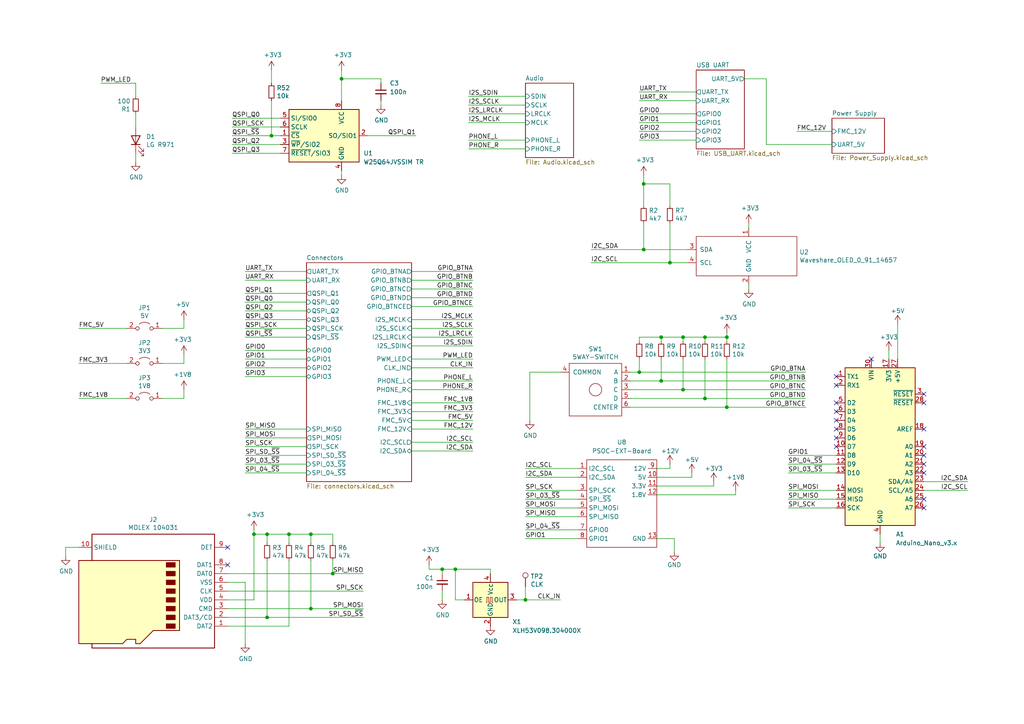
<source format=kicad_sch>
(kicad_sch (version 20250114) (generator "eeschema") (generator_version "9.0")
  (paper "A4")
  (title_block (title "PSoC Peripheral PCB") (date "2022-11-04") (rev "2.0") (company "ITIV") (comment 1 "Johannes Pfau") (comment 4 "Ordered from aisler.net"))
  (lib_symbols
    (symbol "+1V8_1" (power) (pin_names (offset 0))
      (property "Value" "+1V8" (at 0 3.556 0))
      (symbol "+1V8_1_1_1"
        (pin power_in line (at 0 0 90) (length 0) (hide yes) (name "+1V8") (number "1"))
      )
    )
    (symbol "+3V3_1" (power) (pin_names (offset 0))
      (property "Value" "+3V3" (at 0 3.556 0))
      (symbol "+3V3_1_1_1"
        (pin power_in line (at 0 0 90) (length 0) (hide yes) (name "+3V3") (number "1"))
      )
    )
    (symbol "+3V3_2" (power) (pin_names (offset 0))
      (property "Value" "+3V3" (at 0 3.556 0))
      (symbol "+3V3_2_1_1"
        (pin power_in line (at 0 0 90) (length 0) (hide yes) (name "+3V3") (number "1"))
      )
    )
    (symbol "+3V3_3" (power) (pin_names (offset 0))
      (property "Value" "+3V3" (at 0 3.556 0))
      (symbol "+3V3_3_1_1"
        (pin power_in line (at 0 0 90) (length 0) (hide yes) (name "+3V3") (number "1"))
      )
    )
    (symbol "+3V3_4" (power) (pin_names (offset 0))
      (property "Value" "+3V3" (at 0 3.556 0))
      (symbol "+3V3_4_1_1"
        (pin power_in line (at 0 0 90) (length 0) (hide yes) (name "+3V3") (number "1"))
      )
    )
    (symbol "+3V3_5" (power) (pin_names (offset 0))
      (property "Value" "+3V3" (at 0 3.556 0))
      (symbol "+3V3_5_1_1"
        (pin power_in line (at 0 0 90) (length 0) (hide yes) (name "+3V3") (number "1"))
      )
    )
    (symbol "+3V3_6" (power) (pin_names (offset 0))
      (property "Value" "+3V3" (at 0 3.556 0))
      (symbol "+3V3_6_1_1"
        (pin power_in line (at 0 0 90) (length 0) (hide yes) (name "+3V3") (number "1"))
      )
    )
    (symbol "+3V3_7" (power) (pin_names (offset 0))
      (property "Value" "+3V3" (at 0 3.556 0))
      (symbol "+3V3_7_1_1"
        (pin power_in line (at 0 0 90) (length 0) (hide yes) (name "+3V3") (number "1"))
      )
    )
    (symbol "+3V3_8" (power) (pin_names (offset 0))
      (property "Value" "+3V3" (at 0 3.556 0))
      (symbol "+3V3_8_1_1"
        (pin power_in line (at 0 0 90) (length 0) (hide yes) (name "+3V3") (number "1"))
      )
    )
    (symbol "+3V3_9" (power) (pin_names (offset 0))
      (property "Value" "+3V3" (at 0 3.556 0))
      (symbol "+3V3_9_1_1"
        (pin power_in line (at 0 0 90) (length 0) (hide yes) (name "+3V3") (number "1"))
      )
    )
    (symbol "+5V_1" (power) (pin_names (offset 0))
      (property "Value" "+5V" (at 0 3.556 0))
      (symbol "+5V_1_1_1"
        (pin power_in line (at 0 0 90) (length 0) (hide yes) (name "+5V") (number "1"))
      )
    )
    (symbol "+5V_2" (power) (pin_names (offset 0))
      (property "Value" "+5V" (at 0 3.556 0))
      (symbol "+5V_2_1_1"
        (pin power_in line (at 0 0 90) (length 0) (hide yes) (name "+5V") (number "1"))
      )
    )
    (symbol "Connector:Micro_SD_Card_Det1"
      (property "Reference" "J" (at -16.51 17.78 0))
      (property "Value" "Micro_SD_Card_Det1" (at 16.51 17.78 0))
      (symbol "Micro_SD_Card_Det1_1_1"
        (pin bidirectional line (at -22.86 10.16 0) (length 3.81) (name "DAT2") (number "1"))
        (pin bidirectional line (at -22.86 7.62 0) (length 3.81) (name "DAT3/CD") (number "2"))
        (pin input line (at -22.86 5.08 0) (length 3.81) (name "CMD") (number "3"))
        (pin power_in line (at -22.86 2.54 0) (length 3.81) (name "VDD") (number "4"))
        (pin input line (at -22.86 0 0) (length 3.81) (name "CLK") (number "5"))
        (pin power_in line (at -22.86 -2.54 0) (length 3.81) (name "VSS") (number "6"))
        (pin bidirectional line (at -22.86 -5.08 0) (length 3.81) (name "DAT0") (number "7"))
        (pin bidirectional line (at -22.86 -7.62 0) (length 3.81) (name "DAT1") (number "8"))
        (pin passive line (at -22.86 -12.7 0) (length 3.81) (name "DET") (number "9"))
        (pin passive line (at 20.32 -12.7 180) (length 3.81) (name "SHIELD") (number "10"))
      )
    )
    (symbol "Connector:TestPoint" (pin_numbers (hide yes)) (pin_names (offset 0.762) (hide yes))
      (property "Reference" "TP" (at 0 6.858 0))
      (property "Value" "TestPoint" (at 0 5.08 0))
      (symbol "TestPoint_1_1"
        (pin passive line (at 0 0 90) (length 2.54) (name "1") (number "1"))
      )
    )
    (symbol "Device:C_Small" (pin_numbers (hide yes)) (pin_names (offset 0.254) (hide yes))
      (property "Reference" "C" (at 0.254 1.778 0))
      (property "Value" "C_Small" (at 0.254 -2.032 0))
      (symbol "C_Small_1_1"
        (pin passive line (at 0 2.54 270) (length 2.032) (name "~") (number "1"))
        (pin passive line (at 0 -2.54 90) (length 2.032) (name "~") (number "2"))
      )
    )
    (symbol "Device:LED" (pin_numbers (hide yes)) (pin_names (offset 1.016) (hide yes))
      (property "Reference" "D" (at 0 2.54 0))
      (property "Value" "LED" (at 0 -2.54 0))
      (symbol "LED_1_1"
        (pin passive line (at -3.81 0 0) (length 2.54) (name "K") (number "1"))
        (pin passive line (at 3.81 0 180) (length 2.54) (name "A") (number "2"))
      )
    )
    (symbol "Device:R_Small" (pin_numbers (hide yes)) (pin_names (offset 0.254) (hide yes))
      (property "Reference" "R" (at 0.762 0.508 0))
      (property "Value" "R_Small" (at 0.762 -1.016 0))
      (symbol "R_Small_1_1"
        (pin passive line (at 0 2.54 270) (length 0.762) (name "~") (number "1"))
        (pin passive line (at 0 -2.54 90) (length 0.762) (name "~") (number "2"))
      )
    )
    (symbol "GND_1" (power) (pin_names (offset 0))
      (property "Value" "GND" (at 0 -3.81 0))
      (symbol "GND_1_1_1"
        (pin power_in line (at 0 0 270) (length 0) (hide yes) (name "GND") (number "1"))
      )
    )
    (symbol "GND_10" (power) (pin_names (offset 0))
      (property "Value" "GND" (at 0 -3.81 0))
      (symbol "GND_10_1_1"
        (pin power_in line (at 0 0 270) (length 0) (hide yes) (name "GND") (number "1"))
      )
    )
    (symbol "GND_2" (power) (pin_names (offset 0))
      (property "Value" "GND" (at 0 -3.81 0))
      (symbol "GND_2_1_1"
        (pin power_in line (at 0 0 270) (length 0) (hide yes) (name "GND") (number "1"))
      )
    )
    (symbol "GND_3" (power) (pin_names (offset 0))
      (property "Value" "GND" (at 0 -3.81 0))
      (symbol "GND_3_1_1"
        (pin power_in line (at 0 0 270) (length 0) (hide yes) (name "GND") (number "1"))
      )
    )
    (symbol "GND_4" (power) (pin_names (offset 0))
      (property "Value" "GND" (at 0 -3.81 0))
      (symbol "GND_4_1_1"
        (pin power_in line (at 0 0 270) (length 0) (hide yes) (name "GND") (number "1"))
      )
    )
    (symbol "GND_5" (power) (pin_names (offset 0))
      (property "Value" "GND" (at 0 -3.81 0))
      (symbol "GND_5_1_1"
        (pin power_in line (at 0 0 270) (length 0) (hide yes) (name "GND") (number "1"))
      )
    )
    (symbol "GND_6" (power) (pin_names (offset 0))
      (property "Value" "GND" (at 0 -3.81 0))
      (symbol "GND_6_1_1"
        (pin power_in line (at 0 0 270) (length 0) (hide yes) (name "GND") (number "1"))
      )
    )
    (symbol "GND_7" (power) (pin_names (offset 0))
      (property "Value" "GND" (at 0 -3.81 0))
      (symbol "GND_7_1_1"
        (pin power_in line (at 0 0 270) (length 0) (hide yes) (name "GND") (number "1"))
      )
    )
    (symbol "GND_8" (power) (pin_names (offset 0))
      (property "Value" "GND" (at 0 -3.81 0))
      (symbol "GND_8_1_1"
        (pin power_in line (at 0 0 270) (length 0) (hide yes) (name "GND") (number "1"))
      )
    )
    (symbol "GND_9" (power) (pin_names (offset 0))
      (property "Value" "GND" (at 0 -3.81 0))
      (symbol "GND_9_1_1"
        (pin power_in line (at 0 0 270) (length 0) (hide yes) (name "GND") (number "1"))
      )
    )
    (symbol "Jumper:Jumper_2_Open" (pin_names (offset 0) (hide yes))
      (property "Reference" "JP" (at 0 2.794 0))
      (property "Value" "Jumper_2_Open" (at 0 -2.286 0))
      (symbol "Jumper_2_Open_1_1"
        (pin passive line (at -5.08 0 0) (length 2.54) (name "A") (number "1"))
        (pin passive line (at 5.08 0 180) (length 2.54) (name "B") (number "2"))
      )
    )
    (symbol "Jumper_2_Open_1" (pin_names (offset 0) (hide yes))
      (property "Reference" "JP" (at 0 2.794 0))
      (property "Value" "Jumper_2_Open" (at 0 -2.286 0))
      (symbol "Jumper_2_Open_1_1_1"
        (pin passive line (at -5.08 0 0) (length 2.54) (name "A") (number "1"))
        (pin passive line (at 5.08 0 180) (length 2.54) (name "B") (number "2"))
      )
    )
    (symbol "Jumper_2_Open_2" (pin_names (offset 0) (hide yes))
      (property "Reference" "JP" (at 0 2.794 0))
      (property "Value" "Jumper_2_Open" (at 0 -2.286 0))
      (symbol "Jumper_2_Open_2_1_1"
        (pin passive line (at -5.08 0 0) (length 2.54) (name "A") (number "1"))
        (pin passive line (at 5.08 0 180) (length 2.54) (name "B") (number "2"))
      )
    )
    (symbol "Memory_Flash:MX25R3235FM1xx0"
      (property "Reference" "U" (at -8.89 8.89 0))
      (property "Value" "MX25R3235FM1xx0" (at 15.24 8.89 0))
      (symbol "MX25R3235FM1xx0_1_1"
        (pin bidirectional line (at -12.7 5.08 0) (length 2.54) (name "SI/SIO0") (number "5"))
        (pin input line (at -12.7 2.54 0) (length 2.54) (name "SCLK") (number "6"))
        (pin input line (at -12.7 0 0) (length 2.54) (name "~{CS}") (number "1"))
        (pin bidirectional line (at -12.7 -2.54 0) (length 2.54) (name "~{WP}/SIO2") (number "3"))
        (pin bidirectional line (at -12.7 -5.08 0) (length 2.54) (name "~{RESET}/SIO3") (number "7"))
        (pin power_in line (at 5.08 10.16 270) (length 2.54) (name "VCC") (number "8"))
        (pin power_in line (at 5.08 -10.16 90) (length 2.54) (name "GND") (number "4"))
        (pin bidirectional line (at 12.7 0 180) (length 2.54) (name "SO/SIO1") (number "2"))
      )
    )
    (symbol "Oscillator:SG-7050CCN" (pin_names (offset 0.254))
      (property "Reference" "X" (at -5.08 6.35 0))
      (property "Value" "SG-7050CCN" (at 1.27 -6.35 0))
      (symbol "SG-7050CCN_1_1"
        (pin input line (at -7.62 0 0) (length 2.54) (name "OE") (number "1"))
        (pin power_in line (at 0 7.62 270) (length 2.54) (name "Vcc") (number "4"))
        (pin power_in line (at 0 -7.62 90) (length 2.54) (name "GND") (number "2"))
        (pin output line (at 7.62 0 180) (length 2.54) (name "OUT") (number "3"))
      )
    )
    (symbol "R_Small_1" (pin_numbers (hide yes)) (pin_names (offset 0.254) (hide yes))
      (property "Reference" "R" (at 0.762 0.508 0))
      (property "Value" "R_Small" (at 0.762 -1.016 0))
      (symbol "R_Small_1_1_1"
        (pin passive line (at 0 2.54 270) (length 0.762) (name "~") (number "1"))
        (pin passive line (at 0 -2.54 90) (length 0.762) (name "~") (number "2"))
      )
    )
    (symbol "R_Small_10" (pin_numbers (hide yes)) (pin_names (offset 0.254) (hide yes))
      (property "Reference" "R" (at 0.762 0.508 0))
      (property "Value" "R_Small" (at 0.762 -1.016 0))
      (symbol "R_Small_10_1_1"
        (pin passive line (at 0 2.54 270) (length 0.762) (name "~") (number "1"))
        (pin passive line (at 0 -2.54 90) (length 0.762) (name "~") (number "2"))
      )
    )
    (symbol "R_Small_11" (pin_numbers (hide yes)) (pin_names (offset 0.254) (hide yes))
      (property "Reference" "R" (at 0.762 0.508 0))
      (property "Value" "R_Small" (at 0.762 -1.016 0))
      (symbol "R_Small_11_1_1"
        (pin passive line (at 0 2.54 270) (length 0.762) (name "~") (number "1"))
        (pin passive line (at 0 -2.54 90) (length 0.762) (name "~") (number "2"))
      )
    )
    (symbol "R_Small_12" (pin_numbers (hide yes)) (pin_names (offset 0.254) (hide yes))
      (property "Reference" "R" (at 0.762 0.508 0))
      (property "Value" "R_Small" (at 0.762 -1.016 0))
      (symbol "R_Small_12_1_1"
        (pin passive line (at 0 2.54 270) (length 0.762) (name "~") (number "1"))
        (pin passive line (at 0 -2.54 90) (length 0.762) (name "~") (number "2"))
      )
    )
    (symbol "R_Small_2" (pin_numbers (hide yes)) (pin_names (offset 0.254) (hide yes))
      (property "Reference" "R" (at 0.762 0.508 0))
      (property "Value" "R_Small" (at 0.762 -1.016 0))
      (symbol "R_Small_2_1_1"
        (pin passive line (at 0 2.54 270) (length 0.762) (name "~") (number "1"))
        (pin passive line (at 0 -2.54 90) (length 0.762) (name "~") (number "2"))
      )
    )
    (symbol "R_Small_3" (pin_numbers (hide yes)) (pin_names (offset 0.254) (hide yes))
      (property "Reference" "R" (at 0.762 0.508 0))
      (property "Value" "R_Small" (at 0.762 -1.016 0))
      (symbol "R_Small_3_1_1"
        (pin passive line (at 0 2.54 270) (length 0.762) (name "~") (number "1"))
        (pin passive line (at 0 -2.54 90) (length 0.762) (name "~") (number "2"))
      )
    )
    (symbol "R_Small_4" (pin_numbers (hide yes)) (pin_names (offset 0.254) (hide yes))
      (property "Reference" "R" (at 0.762 0.508 0))
      (property "Value" "R_Small" (at 0.762 -1.016 0))
      (symbol "R_Small_4_1_1"
        (pin passive line (at 0 2.54 270) (length 0.762) (name "~") (number "1"))
        (pin passive line (at 0 -2.54 90) (length 0.762) (name "~") (number "2"))
      )
    )
    (symbol "R_Small_5" (pin_numbers (hide yes)) (pin_names (offset 0.254) (hide yes))
      (property "Reference" "R" (at 0.762 0.508 0))
      (property "Value" "R_Small" (at 0.762 -1.016 0))
      (symbol "R_Small_5_1_1"
        (pin passive line (at 0 2.54 270) (length 0.762) (name "~") (number "1"))
        (pin passive line (at 0 -2.54 90) (length 0.762) (name "~") (number "2"))
      )
    )
    (symbol "R_Small_6" (pin_numbers (hide yes)) (pin_names (offset 0.254) (hide yes))
      (property "Reference" "R" (at 0.762 0.508 0))
      (property "Value" "R_Small" (at 0.762 -1.016 0))
      (symbol "R_Small_6_1_1"
        (pin passive line (at 0 2.54 270) (length 0.762) (name "~") (number "1"))
        (pin passive line (at 0 -2.54 90) (length 0.762) (name "~") (number "2"))
      )
    )
    (symbol "R_Small_7" (pin_numbers (hide yes)) (pin_names (offset 0.254) (hide yes))
      (property "Reference" "R" (at 0.762 0.508 0))
      (property "Value" "R_Small" (at 0.762 -1.016 0))
      (symbol "R_Small_7_1_1"
        (pin passive line (at 0 2.54 270) (length 0.762) (name "~") (number "1"))
        (pin passive line (at 0 -2.54 90) (length 0.762) (name "~") (number "2"))
      )
    )
    (symbol "R_Small_8" (pin_numbers (hide yes)) (pin_names (offset 0.254) (hide yes))
      (property "Reference" "R" (at 0.762 0.508 0))
      (property "Value" "R_Small" (at 0.762 -1.016 0))
      (symbol "R_Small_8_1_1"
        (pin passive line (at 0 2.54 270) (length 0.762) (name "~") (number "1"))
        (pin passive line (at 0 -2.54 90) (length 0.762) (name "~") (number "2"))
      )
    )
    (symbol "R_Small_9" (pin_numbers (hide yes)) (pin_names (offset 0.254) (hide yes))
      (property "Reference" "R" (at 0.762 0.508 0))
      (property "Value" "R_Small" (at 0.762 -1.016 0))
      (symbol "R_Small_9_1_1"
        (pin passive line (at 0 2.54 270) (length 0.762) (name "~") (number "1"))
        (pin passive line (at 0 -2.54 90) (length 0.762) (name "~") (number "2"))
      )
    )
    (symbol "power:+12V" (power) (pin_names (offset 0))
      (property "Value" "+12V" (at 0 3.556 0))
      (symbol "+12V_1_1"
        (pin power_in line (at 0 0 90) (length 0) (hide yes) (name "+12V") (number "1"))
      )
    )
    (symbol "power:+1V8" (power) (pin_names (offset 0))
      (property "Value" "+1V8" (at 0 3.556 0))
      (symbol "+1V8_1_1"
        (pin power_in line (at 0 0 90) (length 0) (hide yes) (name "+1V8") (number "1"))
      )
    )
    (symbol "power:+3V3" (power) (pin_names (offset 0))
      (property "Value" "+3V3" (at 0 3.556 0))
      (symbol "+3V3_1_1"
        (pin power_in line (at 0 0 90) (length 0) (hide yes) (name "+3V3") (number "1"))
      )
    )
    (symbol "power:+5V" (power) (pin_names (offset 0))
      (property "Value" "+5V" (at 0 3.556 0))
      (symbol "+5V_1_1"
        (pin power_in line (at 0 0 90) (length 0) (hide yes) (name "+5V") (number "1"))
      )
    )
    (symbol "power:GND" (power) (pin_names (offset 0))
      (property "Value" "GND" (at 0 -3.81 0))
      (symbol "GND_1_1"
        (pin power_in line (at 0 0 270) (length 0) (hide yes) (name "GND") (number "1"))
      )
    )
    (symbol "psoc:5WAY-SWITCH" (pin_names (offset 1.016))
      (property "Reference" "SW" (at -6.35 -8.89 0))
      (property "Value" "5WAY-SWITCH" (at 0 8.89 0))
      (symbol "5WAY-SWITCH_1_1"
        (pin input line (at -10.16 5.08 0) (length 2.54) (name "COMMON") (number "4"))
        (pin output line (at 10.16 5.08 180) (length 2.54) (name "A") (number "1"))
        (pin output line (at 10.16 2.54 180) (length 2.54) (name "B") (number "2"))
        (pin output line (at 10.16 0 180) (length 2.54) (name "C") (number "3"))
        (pin output line (at 10.16 -2.54 180) (length 2.54) (name "D") (number "5"))
        (pin output line (at 10.16 -5.08 180) (length 2.54) (name "CENTER") (number "6"))
      )
    )
    (symbol "psoc:Arduino_Nano_Socket"
      (property "Reference" "A" (at -10.16 23.495 0))
      (property "Value" "Arduino_Nano_Socket" (at 5.08 -24.13 0))
      (symbol "Arduino_Nano_Socket_1_1"
        (pin bidirectional line (at -12.7 20.32 0) (length 2.54) (name "TX1") (number "1"))
        (pin bidirectional line (at -12.7 17.78 0) (length 2.54) (name "RX1") (number "2"))
        (pin bidirectional line (at -12.7 12.7 0) (length 2.54) (name "D2") (number "5"))
        (pin bidirectional line (at -12.7 10.16 0) (length 2.54) (name "D3") (number "6"))
        (pin bidirectional line (at -12.7 7.62 0) (length 2.54) (name "D4") (number "7"))
        (pin bidirectional line (at -12.7 5.08 0) (length 2.54) (name "D5") (number "8"))
        (pin bidirectional line (at -12.7 2.54 0) (length 2.54) (name "D6") (number "9"))
        (pin bidirectional line (at -12.7 0 0) (length 2.54) (name "D7") (number "10"))
        (pin bidirectional line (at -12.7 -2.54 0) (length 2.54) (name "D8") (number "11"))
        (pin bidirectional line (at -12.7 -5.08 0) (length 2.54) (name "D9") (number "12"))
        (pin bidirectional line (at -12.7 -7.62 0) (length 2.54) (name "D10") (number "13"))
        (pin bidirectional line (at -12.7 -12.7 0) (length 2.54) (name "MOSI") (number "14"))
        (pin bidirectional line (at -12.7 -15.24 0) (length 2.54) (name "MISO") (number "15"))
        (pin bidirectional line (at -12.7 -17.78 0) (length 2.54) (name "SCK") (number "16"))
        (pin power_in line (at -2.54 25.4 270) (length 2.54) (name "VIN") (number "30"))
        (pin passive line (at 0 -25.4 90) (length 2.54) (hide yes) (name "GND") (number "29"))
        (pin power_in line (at 0 -25.4 90) (length 2.54) (name "GND") (number "4"))
        (pin power_in line (at 2.54 25.4 270) (length 2.54) (name "3V3") (number "17"))
        (pin power_in line (at 5.08 25.4 270) (length 2.54) (name "+5V") (number "27"))
        (pin input line (at 12.7 15.24 180) (length 2.54) (name "~{RESET}") (number "3"))
        (pin input line (at 12.7 12.7 180) (length 2.54) (name "~{RESET}") (number "28"))
        (pin input line (at 12.7 5.08 180) (length 2.54) (name "AREF") (number "18"))
        (pin bidirectional line (at 12.7 0 180) (length 2.54) (name "A0") (number "19"))
        (pin bidirectional line (at 12.7 -2.54 180) (length 2.54) (name "A1") (number "20"))
        (pin bidirectional line (at 12.7 -5.08 180) (length 2.54) (name "A2") (number "21"))
        (pin bidirectional line (at 12.7 -7.62 180) (length 2.54) (name "A3") (number "22"))
        (pin bidirectional line (at 12.7 -10.16 180) (length 2.54) (name "SDA/A4") (number "23"))
        (pin bidirectional line (at 12.7 -12.7 180) (length 2.54) (name "SCL/A5") (number "24"))
        (pin bidirectional line (at 12.7 -15.24 180) (length 2.54) (name "A6") (number "25"))
        (pin bidirectional line (at 12.7 -17.78 180) (length 2.54) (name "A7") (number "26"))
      )
    )
    (symbol "psoc:PSOC-EXT-Board"
      (property "Reference" "U" (at 10.16 11.43 0))
      (property "Value" "PSOC-EXT-Board" (at 0 -16.51 0))
      (symbol "PSOC-EXT-Board_1_1"
        (pin bidirectional line (at -12.7 7.62 0) (length 2.54) (name "I2C_SCL") (number "1"))
        (pin bidirectional line (at -12.7 5.08 0) (length 2.54) (name "I2C_SDA") (number "2"))
        (pin input line (at -12.7 1.27 0) (length 2.54) (name "SPI_SCK") (number "3"))
        (pin input line (at -12.7 -1.27 0) (length 2.54) (name "SPI_~{SS}") (number "4"))
        (pin input line (at -12.7 -3.81 0) (length 2.54) (name "SPI_MOSI") (number "5"))
        (pin output line (at -12.7 -6.35 0) (length 2.54) (name "SPI_MISO") (number "6"))
        (pin bidirectional line (at -12.7 -10.16 0) (length 2.54) (name "GPIO0") (number "7"))
        (pin bidirectional line (at -12.7 -12.7 0) (length 2.54) (name "GPIO1") (number "8"))
        (pin power_in line (at 10.16 7.62 180) (length 2.54) (name "12V") (number "9"))
        (pin power_in line (at 10.16 5.08 180) (length 2.54) (name "5V") (number "10"))
        (pin power_in line (at 10.16 2.54 180) (length 2.54) (name "3.3V") (number "11"))
        (pin power_in line (at 10.16 0 180) (length 2.54) (name "1.8V") (number "12"))
        (pin power_in line (at 10.16 -12.7 180) (length 2.54) (name "GND") (number "13"))
      )
    )
    (symbol "psoc:Waveshare_OLED_0_91_14657" (pin_names (offset 1.016))
      (property "Reference" "U" (at -13.97 -6.35 0))
      (property "Value" "Waveshare_OLED_0_91_14657" (at 16.51 -6.35 0))
      (symbol "Waveshare_OLED_0_91_14657_1_1"
        (pin input line (at -17.78 2.54 0) (length 2.54) (name "SDA") (number "3"))
        (pin input line (at -17.78 -1.27 0) (length 2.54) (name "SCL") (number "4"))
        (pin power_in line (at 0 8.89 270) (length 2.54) (name "VCC") (number "1"))
        (pin power_in line (at 0 -7.62 90) (length 2.54) (name "GND") (number "2"))
      )
    )
  )
  (junction (at 77.47 154.94))
  (junction (at 191.77 97.79))
  (junction (at 194.31 76.2))
  (junction (at 90.17 154.94))
  (junction (at 96.52 166.37))
  (junction (at 90.17 176.53))
  (junction (at 99.06 22.86))
  (junction (at 198.12 97.79))
  (junction (at 186.69 53.34))
  (junction (at 204.47 97.79))
  (junction (at 132.08 165.1))
  (junction (at 83.82 154.94))
  (junction (at 128.27 165.1))
  (junction (at 185.42 107.95))
  (junction (at 198.12 113.03))
  (junction (at 152.4 173.99))
  (junction (at 191.77 110.49))
  (junction (at 186.69 72.39))
  (junction (at 78.74 39.37))
  (junction (at 210.82 97.79))
  (junction (at 73.66 154.94))
  (junction (at 77.47 179.07))
  (junction (at 204.47 115.57))
  (junction (at 210.82 118.11))
  (no_connect (at 66.04 158.75))
  (no_connect (at 242.57 111.76))
  (no_connect (at 66.04 163.83))
  (no_connect (at 267.97 137.16))
  (no_connect (at 267.97 147.32))
  (no_connect (at 267.97 144.78))
  (no_connect (at 267.97 134.62))
  (no_connect (at 267.97 129.54))
  (no_connect (at 267.97 132.08))
  (no_connect (at 242.57 109.22))
  (no_connect (at 242.57 121.92))
  (no_connect (at 242.57 129.54))
  (no_connect (at 242.57 127))
  (no_connect (at 242.57 124.46))
  (no_connect (at 242.57 116.84))
  (no_connect (at 242.57 119.38))
  (no_connect (at 252.73 104.14))
  (no_connect (at 267.97 124.46))
  (no_connect (at 267.97 114.3))
  (no_connect (at 267.97 116.84))
  (wire (pts (xy 128.27 165.1) (xy 124.46 165.1)))
  (wire (pts (xy 198.12 113.03) (xy 233.68 113.03)))
  (wire (pts (xy 186.69 50.8) (xy 186.69 53.34)))
  (wire (pts (xy 185.42 104.14) (xy 185.42 107.95)))
  (wire (pts (xy 182.88 110.49) (xy 191.77 110.49)))
  (wire (pts (xy 110.49 30.48) (xy 110.49 29.21)))
  (wire (pts (xy 132.08 165.1) (xy 128.27 165.1)))
  (wire (pts (xy 171.45 76.2) (xy 194.31 76.2)))
  (wire (pts (xy 152.4 170.18) (xy 152.4 173.99)))
  (wire (pts (xy 149.86 173.99) (xy 152.4 173.99)))
  (wire (pts (xy 190.5 140.97) (xy 207.01 140.97)))
  (wire (pts (xy 210.82 97.79) (xy 210.82 96.52)))
  (wire (pts (xy 228.6 147.32) (xy 242.57 147.32)))
  (wire (pts (xy 186.69 64.77) (xy 186.69 72.39)))
  (wire (pts (xy 222.25 41.91) (xy 241.3 41.91)))
  (wire (pts (xy 213.36 142.24) (xy 213.36 143.51)))
  (wire (pts (xy 119.38 78.74) (xy 137.16 78.74)))
  (wire (pts (xy 204.47 115.57) (xy 233.68 115.57)))
  (wire (pts (xy 39.37 24.13) (xy 39.37 27.94)))
  (wire (pts (xy 201.93 33.02) (xy 185.42 33.02)))
  (wire (pts (xy 201.93 29.21) (xy 185.42 29.21)))
  (wire (pts (xy 217.17 64.77) (xy 217.17 66.04)))
  (wire (pts (xy 119.38 128.27) (xy 137.16 128.27)))
  (wire (pts (xy 167.64 135.89) (xy 152.4 135.89)))
  (wire (pts (xy 228.6 144.78) (xy 242.57 144.78)))
  (wire (pts (xy 182.88 118.11) (xy 210.82 118.11)))
  (wire (pts (xy 71.12 137.16) (xy 88.9 137.16)))
  (wire (pts (xy 119.38 106.68) (xy 137.16 106.68)))
  (wire (pts (xy 90.17 176.53) (xy 105.41 176.53)))
  (wire (pts (xy 81.28 34.29) (xy 67.31 34.29)))
  (wire (pts (xy 71.12 132.08) (xy 88.9 132.08)))
  (wire (pts (xy 83.82 154.94) (xy 90.17 154.94)))
  (wire (pts (xy 198.12 97.79) (xy 204.47 97.79)))
  (wire (pts (xy 128.27 171.45) (xy 128.27 173.99)))
  (wire (pts (xy 66.04 166.37) (xy 96.52 166.37)))
  (wire (pts (xy 119.38 104.14) (xy 137.16 104.14)))
  (wire (pts (xy 66.04 181.61) (xy 83.82 181.61)))
  (wire (pts (xy 152.4 43.18) (xy 135.89 43.18)))
  (wire (pts (xy 36.83 115.57) (xy 22.86 115.57)))
  (wire (pts (xy 78.74 20.32) (xy 78.74 24.13)))
  (wire (pts (xy 77.47 154.94) (xy 77.47 157.48)))
  (wire (pts (xy 204.47 99.06) (xy 204.47 97.79)))
  (wire (pts (xy 71.12 106.68) (xy 88.9 106.68)))
  (wire (pts (xy 185.42 107.95) (xy 233.68 107.95)))
  (wire (pts (xy 191.77 110.49) (xy 233.68 110.49)))
  (wire (pts (xy 96.52 154.94) (xy 96.52 157.48)))
  (wire (pts (xy 119.38 121.92) (xy 137.16 121.92)))
  (wire (pts (xy 39.37 24.13) (xy 29.21 24.13)))
  (wire (pts (xy 71.12 92.71) (xy 88.9 92.71)))
  (wire (pts (xy 228.6 132.08) (xy 242.57 132.08)))
  (wire (pts (xy 152.4 153.67) (xy 167.64 153.67)))
  (wire (pts (xy 77.47 179.07) (xy 77.47 162.56)))
  (wire (pts (xy 119.38 130.81) (xy 137.16 130.81)))
  (wire (pts (xy 66.04 176.53) (xy 90.17 176.53)))
  (wire (pts (xy 186.69 53.34) (xy 194.31 53.34)))
  (wire (pts (xy 194.31 53.34) (xy 194.31 59.69)))
  (wire (pts (xy 228.6 142.24) (xy 242.57 142.24)))
  (wire (pts (xy 142.24 165.1) (xy 132.08 165.1)))
  (wire (pts (xy 19.05 158.75) (xy 19.05 161.29)))
  (wire (pts (xy 77.47 179.07) (xy 105.41 179.07)))
  (wire (pts (xy 195.58 156.21) (xy 195.58 160.02)))
  (wire (pts (xy 132.08 173.99) (xy 134.62 173.99)))
  (wire (pts (xy 66.04 171.45) (xy 105.41 171.45)))
  (wire (pts (xy 190.5 138.43) (xy 200.66 138.43)))
  (wire (pts (xy 73.66 154.94) (xy 73.66 153.67)))
  (wire (pts (xy 39.37 36.83) (xy 39.37 33.02)))
  (wire (pts (xy 152.4 40.64) (xy 135.89 40.64)))
  (wire (pts (xy 67.31 41.91) (xy 81.28 41.91)))
  (wire (pts (xy 132.08 165.1) (xy 132.08 173.99)))
  (wire (pts (xy 210.82 104.14) (xy 210.82 118.11)))
  (wire (pts (xy 267.97 139.7) (xy 280.67 139.7)))
  (wire (pts (xy 200.66 137.16) (xy 200.66 138.43)))
  (wire (pts (xy 185.42 99.06) (xy 185.42 97.79)))
  (wire (pts (xy 53.34 115.57) (xy 46.99 115.57)))
  (wire (pts (xy 71.12 168.91) (xy 71.12 186.69)))
  (wire (pts (xy 119.38 88.9) (xy 137.16 88.9)))
  (wire (pts (xy 201.93 35.56) (xy 185.42 35.56)))
  (wire (pts (xy 99.06 22.86) (xy 99.06 29.21)))
  (wire (pts (xy 66.04 179.07) (xy 77.47 179.07)))
  (wire (pts (xy 186.69 59.69) (xy 186.69 53.34)))
  (wire (pts (xy 191.77 97.79) (xy 198.12 97.79)))
  (wire (pts (xy 201.93 38.1) (xy 185.42 38.1)))
  (wire (pts (xy 53.34 95.25) (xy 46.99 95.25)))
  (wire (pts (xy 71.12 104.14) (xy 88.9 104.14)))
  (wire (pts (xy 71.12 90.17) (xy 88.9 90.17)))
  (wire (pts (xy 71.12 81.28) (xy 88.9 81.28)))
  (wire (pts (xy 228.6 134.62) (xy 242.57 134.62)))
  (wire (pts (xy 66.04 173.99) (xy 73.66 173.99)))
  (wire (pts (xy 53.34 105.41) (xy 46.99 105.41)))
  (wire (pts (xy 210.82 118.11) (xy 233.68 118.11)))
  (wire (pts (xy 67.31 44.45) (xy 81.28 44.45)))
  (wire (pts (xy 185.42 97.79) (xy 191.77 97.79)))
  (wire (pts (xy 77.47 154.94) (xy 83.82 154.94)))
  (wire (pts (xy 194.31 64.77) (xy 194.31 76.2)))
  (wire (pts (xy 152.4 147.32) (xy 167.64 147.32)))
  (wire (pts (xy 267.97 142.24) (xy 280.67 142.24)))
  (wire (pts (xy 228.6 137.16) (xy 242.57 137.16)))
  (wire (pts (xy 210.82 97.79) (xy 210.82 99.06)))
  (wire (pts (xy 71.12 101.6) (xy 88.9 101.6)))
  (wire (pts (xy 191.77 99.06) (xy 191.77 97.79)))
  (wire (pts (xy 194.31 134.62) (xy 194.31 135.89)))
  (wire (pts (xy 78.74 29.21) (xy 78.74 39.37)))
  (wire (pts (xy 36.83 105.41) (xy 22.86 105.41)))
  (wire (pts (xy 207.01 139.7) (xy 207.01 140.97)))
  (wire (pts (xy 153.67 107.95) (xy 153.67 121.92)))
  (wire (pts (xy 119.38 95.25) (xy 137.16 95.25)))
  (wire (pts (xy 152.4 27.94) (xy 135.89 27.94)))
  (wire (pts (xy 90.17 154.94) (xy 90.17 157.48)))
  (wire (pts (xy 119.38 113.03) (xy 137.16 113.03)))
  (wire (pts (xy 190.5 143.51) (xy 213.36 143.51)))
  (wire (pts (xy 182.88 115.57) (xy 204.47 115.57)))
  (wire (pts (xy 119.38 81.28) (xy 137.16 81.28)))
  (wire (pts (xy 53.34 102.87) (xy 53.34 105.41)))
  (wire (pts (xy 201.93 26.67) (xy 185.42 26.67)))
  (wire (pts (xy 152.4 30.48) (xy 135.89 30.48)))
  (wire (pts (xy 119.38 124.46) (xy 137.16 124.46)))
  (wire (pts (xy 241.3 38.1) (xy 231.14 38.1)))
  (wire (pts (xy 124.46 163.83) (xy 124.46 165.1)))
  (wire (pts (xy 190.5 156.21) (xy 195.58 156.21)))
  (wire (pts (xy 119.38 83.82) (xy 137.16 83.82)))
  (wire (pts (xy 204.47 97.79) (xy 210.82 97.79)))
  (wire (pts (xy 201.93 40.64) (xy 185.42 40.64)))
  (wire (pts (xy 71.12 85.09) (xy 88.9 85.09)))
  (wire (pts (xy 99.06 50.8) (xy 99.06 49.53)))
  (wire (pts (xy 215.9 22.86) (xy 222.25 22.86)))
  (wire (pts (xy 182.88 113.03) (xy 198.12 113.03)))
  (wire (pts (xy 152.4 156.21) (xy 167.64 156.21)))
  (wire (pts (xy 71.12 109.22) (xy 88.9 109.22)))
  (wire (pts (xy 152.4 144.78) (xy 167.64 144.78)))
  (wire (pts (xy 171.45 72.39) (xy 186.69 72.39)))
  (wire (pts (xy 81.28 36.83) (xy 67.31 36.83)))
  (wire (pts (xy 71.12 97.79) (xy 88.9 97.79)))
  (wire (pts (xy 152.4 149.86) (xy 167.64 149.86)))
  (wire (pts (xy 81.28 39.37) (xy 78.74 39.37)))
  (wire (pts (xy 182.88 107.95) (xy 185.42 107.95)))
  (wire (pts (xy 110.49 22.86) (xy 110.49 24.13)))
  (wire (pts (xy 190.5 135.89) (xy 194.31 135.89)))
  (wire (pts (xy 119.38 119.38) (xy 137.16 119.38)))
  (wire (pts (xy 152.4 33.02) (xy 135.89 33.02)))
  (wire (pts (xy 99.06 20.32) (xy 99.06 22.86)))
  (wire (pts (xy 66.04 168.91) (xy 71.12 168.91)))
  (wire (pts (xy 162.56 107.95) (xy 153.67 107.95)))
  (wire (pts (xy 199.39 76.2) (xy 194.31 76.2)))
  (wire (pts (xy 73.66 154.94) (xy 77.47 154.94)))
  (wire (pts (xy 22.86 158.75) (xy 19.05 158.75)))
  (wire (pts (xy 152.4 35.56) (xy 135.89 35.56)))
  (wire (pts (xy 128.27 166.37) (xy 128.27 165.1)))
  (wire (pts (xy 83.82 154.94) (xy 83.82 157.48)))
  (wire (pts (xy 152.4 173.99) (xy 162.56 173.99)))
  (wire (pts (xy 152.4 138.43) (xy 167.64 138.43)))
  (wire (pts (xy 71.12 124.46) (xy 88.9 124.46)))
  (wire (pts (xy 119.38 116.84) (xy 137.16 116.84)))
  (wire (pts (xy 152.4 142.24) (xy 167.64 142.24)))
  (wire (pts (xy 217.17 83.82) (xy 217.17 82.55)))
  (wire (pts (xy 73.66 173.99) (xy 73.66 154.94)))
  (wire (pts (xy 53.34 92.71) (xy 53.34 95.25)))
  (wire (pts (xy 260.35 93.98) (xy 260.35 104.14)))
  (wire (pts (xy 96.52 162.56) (xy 96.52 166.37)))
  (wire (pts (xy 96.52 166.37) (xy 105.41 166.37)))
  (wire (pts (xy 106.68 39.37) (xy 120.65 39.37)))
  (wire (pts (xy 83.82 181.61) (xy 83.82 162.56)))
  (wire (pts (xy 198.12 99.06) (xy 198.12 97.79)))
  (wire (pts (xy 53.34 113.03) (xy 53.34 115.57)))
  (wire (pts (xy 198.12 104.14) (xy 198.12 113.03)))
  (wire (pts (xy 257.81 101.6) (xy 257.81 104.14)))
  (wire (pts (xy 119.38 97.79) (xy 137.16 97.79)))
  (wire (pts (xy 204.47 104.14) (xy 204.47 115.57)))
  (wire (pts (xy 119.38 100.33) (xy 137.16 100.33)))
  (wire (pts (xy 119.38 110.49) (xy 137.16 110.49)))
  (wire (pts (xy 71.12 127) (xy 88.9 127)))
  (wire (pts (xy 78.74 39.37) (xy 67.31 39.37)))
  (wire (pts (xy 90.17 162.56) (xy 90.17 176.53)))
  (wire (pts (xy 71.12 134.62) (xy 88.9 134.62)))
  (wire (pts (xy 119.38 92.71) (xy 137.16 92.71)))
  (wire (pts (xy 71.12 129.54) (xy 88.9 129.54)))
  (wire (pts (xy 255.27 154.94) (xy 255.27 157.48)))
  (wire (pts (xy 142.24 166.37) (xy 142.24 165.1)))
  (wire (pts (xy 71.12 78.74) (xy 88.9 78.74)))
  (wire (pts (xy 71.12 87.63) (xy 88.9 87.63)))
  (wire (pts (xy 71.12 95.25) (xy 88.9 95.25)))
  (wire (pts (xy 39.37 46.99) (xy 39.37 44.45)))
  (wire (pts (xy 90.17 154.94) (xy 96.52 154.94)))
  (wire (pts (xy 119.38 86.36) (xy 137.16 86.36)))
  (wire (pts (xy 191.77 104.14) (xy 191.77 110.49)))
  (wire (pts (xy 199.39 72.39) (xy 186.69 72.39)))
  (wire (pts (xy 36.83 95.25) (xy 22.86 95.25)))
  (wire (pts (xy 99.06 22.86) (xy 110.49 22.86)))
  (wire (pts (xy 222.25 22.86) (xy 222.25 41.91)))
  (label "GPIO_BTNB" (at 137.16 81.28 180))
  (label "FMC_5V" (at 137.16 121.92 180))
  (label "GPIO1" (at 152.4 156.21 0))
  (label "SPI_SCK" (at 152.4 142.24 0))
  (label "UART_TX" (at 185.42 26.67 0))
  (label "QSPI_Q3" (at 71.12 92.71 0))
  (label "PHONE_R" (at 137.16 113.03 180))
  (label "UART_TX" (at 71.12 78.74 0))
  (label "QSPI_Q3" (at 67.31 44.45 0))
  (label "I2S_LRCLK" (at 135.89 33.02 0))
  (label "GPIO1" (at 228.6 132.08 0))
  (label "I2C_SDA" (at 137.16 130.81 180))
  (label "QSPI_~{SS}" (at 71.12 97.79 0))
  (label "QSPI_Q1" (at 120.65 39.37 180))
  (label "SPI_04_~{SS}" (at 228.6 134.62 0))
  (label "SPI_MOSI" (at 152.4 147.32 0))
  (label "GPIO3" (at 185.42 40.64 0))
  (label "GPIO1" (at 185.42 35.56 0))
  (label "QSPI_Q2" (at 71.12 90.17 0))
  (label "SPI_SD_~{SS}" (at 105.41 179.07 180))
  (label "GPIO0" (at 71.12 101.6 0))
  (label "FMC_12V" (at 137.16 124.46 180))
  (label "SPI_MISO" (at 152.4 149.86 0))
  (label "GPIO_BTNA" (at 233.68 107.95 180))
  (label "I2C_SDA" (at 280.67 139.7 180))
  (label "QSPI_Q2" (at 67.31 41.91 0))
  (label "QSPI_Q0" (at 67.31 34.29 0))
  (label "SPI_04_~{SS}" (at 152.4 153.67 0))
  (label "I2S_MCLK" (at 137.16 92.71 180))
  (label "I2S_SDIN" (at 135.89 27.94 0))
  (label "QSPI_Q1" (at 71.12 85.09 0))
  (label "SPI_03_~{SS}" (at 71.12 134.62 0))
  (label "SPI_04_~{SS}" (at 71.12 137.16 0))
  (label "GPIO_BTNB" (at 233.68 110.49 180))
  (label "SPI_MOSI" (at 105.41 176.53 180))
  (label "SPI_MISO" (at 228.6 144.78 0))
  (label "FMC_1V8" (at 137.16 116.84 180))
  (label "GPIO_BTNCE" (at 233.68 118.11 180))
  (label "FMC_12V" (at 231.14 38.1 0))
  (label "SPI_03_~{SS}" (at 152.4 144.78 0))
  (label "SPI_SCK" (at 71.12 129.54 0))
  (label "I2C_SCL" (at 152.4 135.89 0))
  (label "GPIO_BTND" (at 137.16 86.36 180))
  (label "PHONE_L" (at 137.16 110.49 180))
  (label "I2S_MCLK" (at 135.89 35.56 0))
  (label "FMC_3V3" (at 22.86 105.41 0))
  (label "I2C_SCL" (at 280.67 142.24 180))
  (label "GPIO_BTND" (at 233.68 115.57 180))
  (label "UART_RX" (at 71.12 81.28 0))
  (label "UART_RX" (at 185.42 29.21 0))
  (label "I2S_SCLK" (at 135.89 30.48 0))
  (label "PWM_LED" (at 29.21 24.13 0))
  (label "SPI_SCK" (at 105.41 171.45 180))
  (label "SPI_MISO" (at 71.12 124.46 0))
  (label "PHONE_L" (at 135.89 40.64 0))
  (label "I2S_LRCLK" (at 137.16 97.79 180))
  (label "SPI_SCK" (at 228.6 147.32 0))
  (label "GPIO3" (at 71.12 109.22 0))
  (label "SPI_SD_~{SS}" (at 71.12 132.08 0))
  (label "QSPI_~{SS}" (at 67.31 39.37 0))
  (label "QSPI_SCK" (at 67.31 36.83 0))
  (label "FMC_3V3" (at 137.16 119.38 180))
  (label "CLK_IN" (at 137.16 106.68 180))
  (label "I2C_SCL" (at 171.45 76.2 0))
  (label "FMC_5V" (at 22.86 95.25 0))
  (label "PWM_LED" (at 137.16 104.14 180))
  (label "SPI_03_~{SS}" (at 228.6 137.16 0))
  (label "CLK_IN" (at 162.56 173.99 180))
  (label "GPIO1" (at 71.12 104.14 0))
  (label "GPIO_BTNA" (at 137.16 78.74 180))
  (label "I2S_SCLK" (at 137.16 95.25 180))
  (label "GPIO2" (at 185.42 38.1 0))
  (label "SPI_MOSI" (at 228.6 142.24 0))
  (label "SPI_MOSI" (at 71.12 127 0))
  (label "I2C_SCL" (at 137.16 128.27 180))
  (label "GPIO_BTNC" (at 137.16 83.82 180))
  (label "QSPI_SCK" (at 71.12 95.25 0))
  (label "I2S_SDIN" (at 137.16 100.33 180))
  (label "GPIO2" (at 71.12 106.68 0))
  (label "QSPI_Q0" (at 71.12 87.63 0))
  (label "GPIO_BTNCE" (at 137.16 88.9 180))
  (label "GPIO0" (at 185.42 33.02 0))
  (label "I2C_SDA" (at 152.4 138.43 0))
  (label "I2C_SDA" (at 171.45 72.39 0))
  (label "SPI_MISO" (at 105.41 166.37 180))
  (label "PHONE_R" (at 135.89 43.18 0))
  (label "GPIO_BTNC" (at 233.68 113.03 180))
  (label "FMC_1V8" (at 22.86 115.57 0))
  (symbol (lib_id "power:+3V3") (at 99.06 20.32 0) (unit 1)
    (property "Reference" "#PWR02" (effects (hide yes)))
    (property "Value" "+3V3" (at 99.441 15.9258 0))
  )
  (symbol (lib_id "Memory_Flash:MX25R3235FM1xx0") (at 93.98 39.37 0) (unit 1)
    (property "Reference" "U1" (at 105.41 44.45 0) (effects (justify left)))
    (property "Value" "W25Q64JVSSIM TR" (at 105.41 46.99 0) (effects (justify left)))
    (property "Footprint" "Package_SO:SOIC-8_5.3x5.3mm_P1.27mm" (effects (hide yes)))
    (property "Datasheet" "https://www.mouser.de/datasheet/2/949/w25q64jv_dtr_revj_03272018_plus-1489809.pdf" (effects (hide yes)))
    (property "MPN" "W25Q64JVSSIM TR" (effects (hide yes)))
  )
  (symbol (lib_id "Device:C_Small") (at 110.49 26.67 0) (mirror y) (unit 1)
    (property "Reference" "C3" (at 113.03 24.13 0) (effects (justify right)))
    (property "Value" "100n" (at 113.03 26.67 0) (effects (justify right)))
    (property "Footprint" "Capacitor_SMD:C_0805_2012Metric" (effects (hide yes)))
    (property "MPN" "100nF 0805" (effects (hide yes)))
  )
  (symbol (lib_id "power:GND") (at 110.49 30.48 0) (unit 1)
    (property "Reference" "#PWR05" (effects (hide yes)))
    (property "Value" "GND" (at 110.617 34.8742 0))
  )
  (symbol (lib_name "GND_10") (lib_id "power:GND") (at 99.06 50.8 0) (unit 1)
    (property "Reference" "#PWR03" (effects (hide yes)))
    (property "Value" "GND" (at 99.187 55.1942 0))
  )
  (symbol (lib_name "GND_9") (lib_id "power:GND") (at 71.12 186.69 0) (unit 1)
    (property "Reference" "#PWR014" (effects (hide yes)))
    (property "Value" "GND" (at 71.247 191.0842 0))
  )
  (symbol (lib_name "GND_8") (lib_id "power:GND") (at 19.05 161.29 0) (unit 1)
    (property "Reference" "#PWR010" (effects (hide yes)))
    (property "Value" "GND" (at 19.177 165.6842 0))
  )
  (symbol (lib_name "+3V3_9") (lib_id "power:+3V3") (at 73.66 153.67 0) (unit 1)
    (property "Reference" "#PWR016" (effects (hide yes)))
    (property "Value" "+3V3" (at 74.041 149.2758 0))
  )
  (symbol (lib_name "R_Small_12") (lib_id "Device:R_Small") (at 77.47 160.02 0) (unit 1)
    (property "Reference" "R3" (at 78.9686 158.8516 0) (effects (justify left)))
    (property "Value" "47k" (at 78.9686 161.163 0) (effects (justify left)))
    (property "Footprint" "Resistor_SMD:R_0805_2012Metric" (effects (hide yes)))
    (property "MPN" "47k 0805" (effects (hide yes)))
  )
  (symbol (lib_name "R_Small_11") (lib_id "Device:R_Small") (at 83.82 160.02 0) (unit 1)
    (property "Reference" "R4" (at 85.3186 158.8516 0) (effects (justify left)))
    (property "Value" "47k" (at 85.3186 161.163 0) (effects (justify left)))
    (property "Footprint" "Resistor_SMD:R_0805_2012Metric" (effects (hide yes)))
    (property "MPN" "47k 0805" (effects (hide yes)))
  )
  (symbol (lib_name "R_Small_10") (lib_id "Device:R_Small") (at 90.17 160.02 0) (unit 1)
    (property "Reference" "R5" (at 91.6686 158.8516 0) (effects (justify left)))
    (property "Value" "47k" (at 91.6686 161.163 0) (effects (justify left)))
    (property "Footprint" "Resistor_SMD:R_0805_2012Metric" (effects (hide yes)))
    (property "MPN" "47k 0805" (effects (hide yes)))
  )
  (symbol (lib_name "R_Small_9") (lib_id "Device:R_Small") (at 96.52 160.02 0) (unit 1)
    (property "Reference" "R6" (at 98.0186 158.8516 0) (effects (justify left)))
    (property "Value" "47k" (at 98.0186 161.163 0) (effects (justify left)))
    (property "Footprint" "Resistor_SMD:R_0805_2012Metric" (effects (hide yes)))
    (property "MPN" "47k 0805" (effects (hide yes)))
  )
  (symbol (lib_id "Oscillator:SG-7050CCN") (at 142.24 173.99 0) (unit 1)
    (property "Reference" "X1" (at 148.59 180.34 0) (effects (justify left)))
    (property "Value" "XLH53V098.304000X" (at 148.59 182.88 0) (effects (justify left)))
    (property "Footprint" "psoc:Oscillator_SMD_Renesas_LGA-6_5x3.2mm_P1.25mm" (effects (hide yes)))
    (property "Datasheet" "https://www.renesas.com/us/en/document/dst/xl-family-low-phase-noise-quartz-based-pll-oscillators-datasheet" (effects (hide yes)))
    (property "MPN" "XLH53V098.304000X" (effects (hide yes)))
  )
  (symbol (lib_name "+3V3_8") (lib_id "power:+3V3") (at 124.46 163.83 0) (unit 1)
    (property "Reference" "#PWR011" (effects (hide yes)))
    (property "Value" "+3V3" (at 124.841 159.4358 0))
  )
  (symbol (lib_name "GND_7") (lib_id "power:GND") (at 142.24 181.61 0) (unit 1)
    (property "Reference" "#PWR013" (effects (hide yes)))
    (property "Value" "GND" (at 142.367 186.0042 0))
  )
  (symbol (lib_id "Device:C_Small") (at 128.27 168.91 0) (unit 1)
    (property "Reference" "C1" (at 123.19 167.64 0) (effects (justify left)))
    (property "Value" "100n" (at 120.65 170.18 0) (effects (justify left)))
    (property "Footprint" "Capacitor_SMD:C_0805_2012Metric" (effects (hide yes)))
    (property "MPN" "100nF 0805" (effects (hide yes)))
  )
  (symbol (lib_name "GND_1") (lib_id "power:GND") (at 128.27 173.99 0) (unit 1)
    (property "Reference" "#PWR012" (effects (hide yes)))
    (property "Value" "GND" (at 128.397 178.3842 0))
  )
  (symbol (lib_name "R_Small_1") (lib_id "Device:R_Small") (at 186.69 62.23 0) (unit 1)
    (property "Reference" "R2" (at 188.1886 61.0616 0) (effects (justify left)))
    (property "Value" "4k7" (at 188.1886 63.373 0) (effects (justify left)))
    (property "Footprint" "Resistor_SMD:R_0805_2012Metric" (effects (hide yes)))
    (property "MPN" "4k7 0805" (effects (hide yes)))
  )
  (symbol (lib_id "Device:R_Small") (at 194.31 62.23 0) (unit 1)
    (property "Reference" "R7" (at 195.8086 61.0616 0) (effects (justify left)))
    (property "Value" "4k7" (at 195.8086 63.373 0) (effects (justify left)))
    (property "Footprint" "Resistor_SMD:R_0805_2012Metric" (effects (hide yes)))
    (property "MPN" "4k7 0805" (effects (hide yes)))
  )
  (symbol (lib_name "+3V3_1") (lib_id "power:+3V3") (at 186.69 50.8 0) (unit 1)
    (property "Reference" "#PWR019" (effects (hide yes)))
    (property "Value" "+3V3" (at 187.071 46.4058 0))
  )
  (symbol (lib_id "psoc:Waveshare_OLED_0_91_14657") (at 217.17 74.93 0) (unit 1)
    (property "Reference" "U2" (at 231.8512 73.1266 0) (effects (justify left)))
    (property "Value" "Waveshare_OLED_0_91_14657" (at 231.8512 75.438 0) (effects (justify left)))
    (property "Footprint" "psoc:Waveshare_OLED_091" (effects (hide yes)))
  )
  (symbol (lib_name "GND_2") (lib_id "power:GND") (at 217.17 83.82 0) (unit 1)
    (property "Reference" "#PWR021" (effects (hide yes)))
    (property "Value" "GND" (at 217.297 88.2142 0))
  )
  (symbol (lib_id "Connector:TestPoint") (at 152.4 170.18 0) (unit 1)
    (property "Reference" "TP2" (at 153.8732 167.1828 0) (effects (justify left)))
    (property "Value" "CLK" (at 153.8732 169.4942 0) (effects (justify left)))
    (property "Footprint" "TestPoint:TestPoint_Pad_1.0x1.0mm" (effects (hide yes)))
  )
  (symbol (lib_name "Jumper_2_Open_2") (lib_id "Jumper:Jumper_2_Open") (at 41.91 95.25 0) (mirror y) (unit 1)
    (property "Reference" "JP1" (at 41.91 89.281 0))
    (property "Value" "5V" (at 41.91 91.5924 0))
    (property "Footprint" "Connector_PinHeader_2.54mm:PinHeader_1x02_P2.54mm_Vertical" (effects (hide yes)))
    (property "MPN" "2302-6111TG" (effects (hide yes)))
  )
  (symbol (lib_id "Jumper:Jumper_2_Open") (at 41.91 105.41 0) (mirror y) (unit 1)
    (property "Reference" "JP2" (at 41.91 99.441 0))
    (property "Value" "3V3" (at 41.91 101.7524 0))
    (property "Footprint" "Connector_PinHeader_2.54mm:PinHeader_1x02_P2.54mm_Vertical" (effects (hide yes)))
    (property "MPN" "2302-6111TG" (effects (hide yes)))
  )
  (symbol (lib_name "Jumper_2_Open_1") (lib_id "Jumper:Jumper_2_Open") (at 41.91 115.57 0) (mirror y) (unit 1)
    (property "Reference" "JP3" (at 41.91 109.601 0))
    (property "Value" "1V8" (at 41.91 111.9124 0))
    (property "Footprint" "Connector_PinHeader_2.54mm:PinHeader_1x02_P2.54mm_Vertical" (effects (hide yes)))
    (property "MPN" "2302-6111TG" (effects (hide yes)))
  )
  (symbol (lib_id "psoc:5WAY-SWITCH") (at 172.72 113.03 0) (unit 1)
    (property "Reference" "SW1" (at 172.72 101.219 0))
    (property "Value" "5WAY-SWITCH" (at 172.72 103.5304 0))
    (property "Footprint" "psoc:SKRHAAE010" (effects (hide yes)))
    (property "Datasheet" "https://www.mouser.de/datasheet/2/15/SKRH-1370966.pdf" (effects (hide yes)))
    (property "MPN" "SKRHAAE010 " (effects (hide yes)))
  )
  (symbol (lib_name "GND_6") (lib_id "power:GND") (at 153.67 121.92 0) (unit 1)
    (property "Reference" "#PWR018" (effects (hide yes)))
    (property "Value" "GND" (at 153.797 126.3142 0))
  )
  (symbol (lib_name "R_Small_8") (lib_id "Device:R_Small") (at 185.42 101.6 0) (unit 1)
    (property "Reference" "R8" (at 186.9186 100.4316 0) (effects (justify left)))
    (property "Value" "10k" (at 186.9186 102.743 0) (effects (justify left)))
    (property "Footprint" "Resistor_SMD:R_0805_2012Metric" (effects (hide yes)))
    (property "MPN" "10k 0805" (effects (hide yes)))
  )
  (symbol (lib_name "R_Small_7") (lib_id "Device:R_Small") (at 191.77 101.6 0) (unit 1)
    (property "Reference" "R9" (at 193.2686 100.4316 0) (effects (justify left)))
    (property "Value" "10k" (at 193.2686 102.743 0) (effects (justify left)))
    (property "Footprint" "Resistor_SMD:R_0805_2012Metric" (effects (hide yes)))
    (property "MPN" "10k 0805" (effects (hide yes)))
  )
  (symbol (lib_name "R_Small_6") (lib_id "Device:R_Small") (at 198.12 101.6 0) (unit 1)
    (property "Reference" "R10" (at 199.6186 100.4316 0) (effects (justify left)))
    (property "Value" "10k" (at 199.6186 102.743 0) (effects (justify left)))
    (property "Footprint" "Resistor_SMD:R_0805_2012Metric" (effects (hide yes)))
    (property "MPN" "10k 0805" (effects (hide yes)))
  )
  (symbol (lib_name "R_Small_5") (lib_id "Device:R_Small") (at 204.47 101.6 0) (unit 1)
    (property "Reference" "R11" (at 205.9686 100.4316 0) (effects (justify left)))
    (property "Value" "10k" (at 205.9686 102.743 0) (effects (justify left)))
    (property "Footprint" "Resistor_SMD:R_0805_2012Metric" (effects (hide yes)))
    (property "MPN" "10k 0805" (effects (hide yes)))
  )
  (symbol (lib_name "R_Small_4") (lib_id "Device:R_Small") (at 210.82 101.6 0) (unit 1)
    (property "Reference" "R12" (at 212.3186 100.4316 0) (effects (justify left)))
    (property "Value" "10k" (at 212.3186 102.743 0) (effects (justify left)))
    (property "Footprint" "Resistor_SMD:R_0805_2012Metric" (effects (hide yes)))
    (property "MPN" "10k 0805" (effects (hide yes)))
  )
  (symbol (lib_name "+3V3_6") (lib_id "power:+3V3") (at 210.82 96.52 0) (unit 1)
    (property "Reference" "#PWR025" (effects (hide yes)))
    (property "Value" "+3V3" (at 211.201 92.1258 0))
  )
  (symbol (lib_id "Device:LED") (at 39.37 40.64 90) (unit 1)
    (property "Reference" "D1" (at 42.3672 39.6494 90) (effects (justify right)))
    (property "Value" "LG R971" (at 42.3672 41.9608 90) (effects (justify right)))
    (property "Footprint" "LED_SMD:LED_0805_2012Metric" (effects (hide yes)))
    (property "MPN" "LG R971-KN-1" (effects (hide yes)))
  )
  (symbol (lib_name "R_Small_3") (lib_id "Device:R_Small") (at 39.37 30.48 180) (unit 1)
    (property "Reference" "R1" (at 37.8714 31.6484 0) (effects (justify left)))
    (property "Value" "100" (at 37.8714 29.337 0) (effects (justify left)))
    (property "Footprint" "Resistor_SMD:R_0805_2012Metric" (effects (hide yes)))
    (property "MPN" "0805 100" (effects (hide yes)))
  )
  (symbol (lib_id "power:+5V") (at 53.34 92.71 0) (mirror y) (unit 1)
    (property "Reference" "#PWR022" (effects (hide yes)))
    (property "Value" "+5V" (at 52.959 88.3158 0))
  )
  (symbol (lib_name "+3V3_7") (lib_id "power:+3V3") (at 53.34 102.87 0) (mirror y) (unit 1)
    (property "Reference" "#PWR023" (effects (hide yes)))
    (property "Value" "+3V3" (at 52.959 98.4758 0))
  )
  (symbol (lib_id "power:+1V8") (at 53.34 113.03 0) (mirror y) (unit 1)
    (property "Reference" "#PWR024" (effects (hide yes)))
    (property "Value" "+1V8" (at 52.959 108.6358 0))
  )
  (symbol (lib_id "Connector:Micro_SD_Card_Det1") (at 43.18 171.45 180) (unit 1)
    (property "Reference" "J2" (at 44.45 150.6982 0))
    (property "Value" "MOLEX 104031" (at 44.45 153.0096 0))
    (property "Footprint" "Connector_Card:microSD_HC_Molex_104031-0811" (effects (hide yes)))
    (property "Datasheet" "https://datasheet.lcsc.com/lcsc/2110151630_XKB-Connectivity-XKTF-015-N_C381082.pdf" (effects (hide yes)))
    (property "Description" "Micro SD Card Socket with one card detection pin" (effects (hide yes)))
    (property "MPN" "1040310811" (effects (hide yes)))
  )
  (symbol (lib_id "power:+12V") (at 194.31 134.62 0) (unit 1)
    (property "Reference" "#PWR0117" (effects (hide yes)))
    (property "Value" "+12V" (at 194.31 130.81 0))
  )
  (symbol (lib_name "+3V3_5") (lib_id "power:+3V3") (at 207.01 139.7 0) (unit 1)
    (property "Reference" "#PWR0106" (effects (hide yes)))
    (property "Value" "+3V3" (at 207.01 135.89 0))
  )
  (symbol (lib_id "psoc:Arduino_Nano_Socket") (at 255.27 129.54 0) (unit 1)
    (property "Reference" "A1" (at 259.8294 154.94 0) (effects (justify left)))
    (property "Value" "Arduino_Nano_v3.x" (at 259.8294 157.48 0) (effects (justify left)))
    (property "Footprint" "Module:Arduino_Nano" (effects (hide yes)))
    (property "Datasheet" "https://content.arduino.cc/assets/NANOEveryV3.0_sch.pdf" (effects (hide yes)))
  )
  (symbol (lib_name "+5V_2") (lib_id "power:+5V") (at 200.66 137.16 0) (unit 1)
    (property "Reference" "#PWR0116" (effects (hide yes)))
    (property "Value" "+5V" (at 200.66 133.35 0))
  )
  (symbol (lib_name "GND_5") (lib_id "power:GND") (at 195.58 160.02 0) (unit 1)
    (property "Reference" "#PWR0118" (effects (hide yes)))
    (property "Value" "GND" (at 195.58 163.83 0))
  )
  (symbol (lib_name "R_Small_2") (lib_id "Device:R_Small") (at 78.74 26.67 0) (unit 1)
    (property "Reference" "R52" (at 80.2386 25.5016 0) (effects (justify left)))
    (property "Value" "10k" (at 80.2386 27.813 0) (effects (justify left)))
    (property "Footprint" "Resistor_SMD:R_0805_2012Metric" (effects (hide yes)))
    (property "MPN" "10k 0805" (effects (hide yes)))
  )
  (symbol (lib_name "+1V8_1") (lib_id "power:+1V8") (at 213.36 142.24 0) (unit 1)
    (property "Reference" "#PWR0115" (effects (hide yes)))
    (property "Value" "+1V8" (at 213.36 138.43 0))
  )
  (symbol (lib_name "+3V3_4") (lib_id "power:+3V3") (at 78.74 20.32 0) (unit 1)
    (property "Reference" "#PWR0127" (effects (hide yes)))
    (property "Value" "+3V3" (at 79.121 15.9258 0))
  )
  (symbol (lib_name "GND_4") (lib_id "power:GND") (at 39.37 46.99 0) (unit 1)
    (property "Reference" "#PWR017" (effects (hide yes)))
    (property "Value" "GND" (at 39.497 51.3842 0))
  )
  (symbol (lib_name "+3V3_3") (lib_id "power:+3V3") (at 217.17 64.77 0) (unit 1)
    (property "Reference" "#PWR0119" (effects (hide yes)))
    (property "Value" "+3V3" (at 217.551 60.3758 0))
  )
  (symbol (lib_name "+3V3_2") (lib_id "power:+3V3") (at 257.81 101.6 0) (unit 1)
    (property "Reference" "#PWR09" (effects (hide yes)))
    (property "Value" "+3V3" (at 257.81 97.79 0))
  )
  (symbol (lib_id "psoc:PSOC-EXT-Board") (at 180.34 143.51 0) (unit 1)
    (property "Reference" "U8" (at 180.34 128.27 0))
    (property "Value" "PSOC-EXT-Board" (at 180.34 130.81 0))
    (property "Footprint" "psoc:PSOC_EXT_BOARD" (effects (hide yes)))
  )
  (symbol (lib_name "GND_3") (lib_id "power:GND") (at 255.27 157.48 0) (unit 1)
    (property "Reference" "#PWR015" (effects (hide yes)))
    (property "Value" "GND" (at 255.27 161.29 0))
  )
  (symbol (lib_name "+5V_1") (lib_id "power:+5V") (at 260.35 93.98 0) (unit 1)
    (property "Reference" "#PWR020" (effects (hide yes)))
    (property "Value" "+5V" (at 260.35 90.17 0))
  )
  (sheet (at 241.3 34.29) (size 15.24 10.16)
    (property "Sheetname" "Power Supply" (at 241.3 33.5784 0) (effects (justify left bottom)))
    (property "Sheetfile" "Power_Supply.kicad_sch" (at 241.3 45.0346 0) (effects (justify left top)))
    (pin "FMC_12V" input (at 241.3 38.1 180))
    (pin "UART_5V" input (at 241.3 41.91 180))
  )
  (sheet (at 152.4 24.13) (size 13.97 21.59)
    (property "Sheetname" "Audio" (at 152.4 23.4184 0) (effects (justify left bottom)))
    (property "Sheetfile" "Audio.kicad_sch" (at 152.4 46.3046 0) (effects (justify left top)))
    (pin "SDIN" input (at 152.4 27.94 180))
    (pin "SCLK" input (at 152.4 30.48 180))
    (pin "LRCLK" input (at 152.4 33.02 180))
    (pin "MCLK" input (at 152.4 35.56 180))
    (pin "PHONE_L" input (at 152.4 40.64 180))
    (pin "PHONE_R" input (at 152.4 43.18 180))
  )
  (sheet (at 201.93 20.32) (size 13.97 22.86)
    (property "Sheetname" "USB UART" (at 201.93 19.6084 0) (effects (justify left bottom)))
    (property "Sheetfile" "USB_UART.kicad_sch" (at 201.93 43.7646 0) (effects (justify left top)))
    (pin "UART_5V" output (at 215.9 22.86 0))
    (pin "GPIO0" output (at 201.93 33.02 180))
    (pin "GPIO1" output (at 201.93 35.56 180))
    (pin "GPIO2" input (at 201.93 38.1 180))
    (pin "GPIO3" input (at 201.93 40.64 180))
    (pin "UART_TX" output (at 201.93 26.67 180))
    (pin "UART_RX" input (at 201.93 29.21 180))
  )
  (sheet (at 88.9 76.2) (size 30.48 63.5) (stroke (width 0.1524))
    (property "Sheetname" "Connectors" (at 88.9 75.4884 0) (effects (justify left bottom)))
    (property "Sheetfile" "connectors.kicad_sch" (at 88.9 140.2846 0) (effects (justify left top)))
    (pin "UART_RX" input (at 88.9 81.28 180))
    (pin "SPI_04_~{SS}" input (at 88.9 137.16 180))
    (pin "QSPI_~{SS}" input (at 88.9 97.79 180))
    (pin "SPI_SD_~{SS}" input (at 88.9 132.08 180))
    (pin "SPI_03_~{SS}" input (at 88.9 134.62 180))
    (pin "UART_TX" output (at 88.9 78.74 180))
    (pin "CLK_IN" output (at 119.38 106.68 0))
    (pin "QSPI_SCK" input (at 88.9 95.25 180))
    (pin "GPIO0" bidirectional (at 88.9 101.6 180))
    (pin "GPIO1" bidirectional (at 88.9 104.14 180))
    (pin "GPIO_BTNC" output (at 119.38 83.82 0))
    (pin "GPIO_BTND" output (at 119.38 86.36 0))
    (pin "GPIO_BTNCE" output (at 119.38 88.9 0))
    (pin "PWM_LED" input (at 119.38 104.14 0))
    (pin "QSPI_Q1" output (at 88.9 85.09 180))
    (pin "QSPI_Q0" input (at 88.9 87.63 180))
    (pin "GPIO2" bidirectional (at 88.9 106.68 180))
    (pin "GPIO3" bidirectional (at 88.9 109.22 180))
    (pin "I2S_MCLK" input (at 119.38 92.71 0))
    (pin "I2S_SCLK" input (at 119.38 95.25 0))
    (pin "I2S_LRCLK" input (at 119.38 97.79 0))
    (pin "I2S_SDIN" input (at 119.38 100.33 0))
    (pin "PHONE_L" input (at 119.38 110.49 0))
    (pin "PHONE_R" input (at 119.38 113.03 0))
    (pin "FMC_5V" input (at 119.38 121.92 0))
    (pin "FMC_1V8" input (at 119.38 116.84 0))
    (pin "FMC_3V3" input (at 119.38 119.38 0))
    (pin "FMC_12V" input (at 119.38 124.46 0))
    (pin "GPIO_BTNA" output (at 119.38 78.74 0))
    (pin "GPIO_BTNB" output (at 119.38 81.28 0))
    (pin "I2C_SCL" output (at 119.38 128.27 0))
    (pin "I2C_SDA" bidirectional (at 119.38 130.81 0))
    (pin "QSPI_Q2" bidirectional (at 88.9 90.17 180))
    (pin "QSPI_Q3" bidirectional (at 88.9 92.71 180))
    (pin "SPI_MISO" input (at 88.9 124.46 180))
    (pin "SPI_MOSI" output (at 88.9 127 180))
    (pin "SPI_SCK" output (at 88.9 129.54 180))
  )
)
</source>
